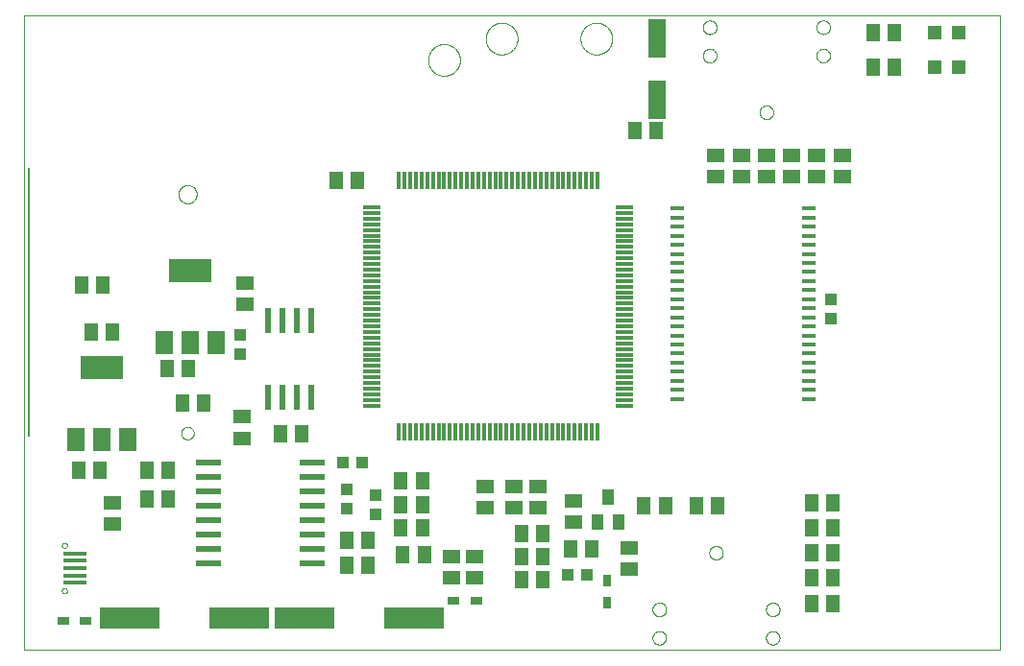
<source format=gtp>
G75*
%MOIN*%
%OFA0B0*%
%FSLAX25Y25*%
%IPPOS*%
%LPD*%
%AMOC8*
5,1,8,0,0,1.08239X$1,22.5*
%
%ADD10C,0.00000*%
%ADD11R,0.01181X0.06299*%
%ADD12R,0.06299X0.01181*%
%ADD13R,0.05118X0.01575*%
%ADD14R,0.03937X0.04331*%
%ADD15R,0.02400X0.08700*%
%ADD16R,0.05118X0.06299*%
%ADD17R,0.03937X0.05512*%
%ADD18R,0.06299X0.05118*%
%ADD19R,0.05906X0.05118*%
%ADD20R,0.04331X0.03937*%
%ADD21R,0.05900X0.07900*%
%ADD22R,0.15000X0.07900*%
%ADD23R,0.05118X0.05906*%
%ADD24R,0.08661X0.02362*%
%ADD25R,0.21000X0.07600*%
%ADD26R,0.06299X0.13780*%
%ADD27R,0.04724X0.04724*%
%ADD28R,0.03150X0.03937*%
%ADD29R,0.03937X0.03150*%
%ADD30R,0.08300X0.01600*%
%ADD31C,0.00500*%
D10*
X0004300Y0012866D02*
X0004300Y0233366D01*
X0342800Y0233366D01*
X0342800Y0012866D01*
X0004300Y0012866D01*
X0017300Y0033466D02*
X0017302Y0033525D01*
X0017308Y0033585D01*
X0017318Y0033643D01*
X0017331Y0033701D01*
X0017349Y0033758D01*
X0017370Y0033814D01*
X0017395Y0033868D01*
X0017423Y0033920D01*
X0017455Y0033971D01*
X0017490Y0034019D01*
X0017528Y0034065D01*
X0017569Y0034108D01*
X0017613Y0034148D01*
X0017659Y0034185D01*
X0017708Y0034219D01*
X0017759Y0034250D01*
X0017811Y0034278D01*
X0017866Y0034302D01*
X0017922Y0034322D01*
X0017979Y0034338D01*
X0018037Y0034351D01*
X0018096Y0034360D01*
X0018155Y0034365D01*
X0018215Y0034366D01*
X0018274Y0034363D01*
X0018333Y0034356D01*
X0018392Y0034345D01*
X0018450Y0034331D01*
X0018506Y0034312D01*
X0018562Y0034290D01*
X0018615Y0034265D01*
X0018667Y0034235D01*
X0018717Y0034203D01*
X0018764Y0034167D01*
X0018810Y0034128D01*
X0018852Y0034086D01*
X0018892Y0034042D01*
X0018928Y0033995D01*
X0018961Y0033946D01*
X0018992Y0033894D01*
X0019018Y0033841D01*
X0019041Y0033786D01*
X0019060Y0033730D01*
X0019076Y0033672D01*
X0019088Y0033614D01*
X0019096Y0033555D01*
X0019100Y0033496D01*
X0019100Y0033436D01*
X0019096Y0033377D01*
X0019088Y0033318D01*
X0019076Y0033260D01*
X0019060Y0033202D01*
X0019041Y0033146D01*
X0019018Y0033091D01*
X0018992Y0033038D01*
X0018961Y0032986D01*
X0018928Y0032937D01*
X0018892Y0032890D01*
X0018852Y0032846D01*
X0018810Y0032804D01*
X0018764Y0032765D01*
X0018717Y0032729D01*
X0018667Y0032697D01*
X0018615Y0032667D01*
X0018562Y0032642D01*
X0018506Y0032620D01*
X0018450Y0032601D01*
X0018392Y0032587D01*
X0018333Y0032576D01*
X0018274Y0032569D01*
X0018215Y0032566D01*
X0018155Y0032567D01*
X0018096Y0032572D01*
X0018037Y0032581D01*
X0017979Y0032594D01*
X0017922Y0032610D01*
X0017866Y0032630D01*
X0017811Y0032654D01*
X0017759Y0032682D01*
X0017708Y0032713D01*
X0017659Y0032747D01*
X0017613Y0032784D01*
X0017569Y0032824D01*
X0017528Y0032867D01*
X0017490Y0032913D01*
X0017455Y0032961D01*
X0017423Y0033012D01*
X0017395Y0033064D01*
X0017370Y0033118D01*
X0017349Y0033174D01*
X0017331Y0033231D01*
X0017318Y0033289D01*
X0017308Y0033347D01*
X0017302Y0033407D01*
X0017300Y0033466D01*
X0017300Y0049266D02*
X0017302Y0049325D01*
X0017308Y0049385D01*
X0017318Y0049443D01*
X0017331Y0049501D01*
X0017349Y0049558D01*
X0017370Y0049614D01*
X0017395Y0049668D01*
X0017423Y0049720D01*
X0017455Y0049771D01*
X0017490Y0049819D01*
X0017528Y0049865D01*
X0017569Y0049908D01*
X0017613Y0049948D01*
X0017659Y0049985D01*
X0017708Y0050019D01*
X0017759Y0050050D01*
X0017811Y0050078D01*
X0017866Y0050102D01*
X0017922Y0050122D01*
X0017979Y0050138D01*
X0018037Y0050151D01*
X0018096Y0050160D01*
X0018155Y0050165D01*
X0018215Y0050166D01*
X0018274Y0050163D01*
X0018333Y0050156D01*
X0018392Y0050145D01*
X0018450Y0050131D01*
X0018506Y0050112D01*
X0018562Y0050090D01*
X0018615Y0050065D01*
X0018667Y0050035D01*
X0018717Y0050003D01*
X0018764Y0049967D01*
X0018810Y0049928D01*
X0018852Y0049886D01*
X0018892Y0049842D01*
X0018928Y0049795D01*
X0018961Y0049746D01*
X0018992Y0049694D01*
X0019018Y0049641D01*
X0019041Y0049586D01*
X0019060Y0049530D01*
X0019076Y0049472D01*
X0019088Y0049414D01*
X0019096Y0049355D01*
X0019100Y0049296D01*
X0019100Y0049236D01*
X0019096Y0049177D01*
X0019088Y0049118D01*
X0019076Y0049060D01*
X0019060Y0049002D01*
X0019041Y0048946D01*
X0019018Y0048891D01*
X0018992Y0048838D01*
X0018961Y0048786D01*
X0018928Y0048737D01*
X0018892Y0048690D01*
X0018852Y0048646D01*
X0018810Y0048604D01*
X0018764Y0048565D01*
X0018717Y0048529D01*
X0018667Y0048497D01*
X0018615Y0048467D01*
X0018562Y0048442D01*
X0018506Y0048420D01*
X0018450Y0048401D01*
X0018392Y0048387D01*
X0018333Y0048376D01*
X0018274Y0048369D01*
X0018215Y0048366D01*
X0018155Y0048367D01*
X0018096Y0048372D01*
X0018037Y0048381D01*
X0017979Y0048394D01*
X0017922Y0048410D01*
X0017866Y0048430D01*
X0017811Y0048454D01*
X0017759Y0048482D01*
X0017708Y0048513D01*
X0017659Y0048547D01*
X0017613Y0048584D01*
X0017569Y0048624D01*
X0017528Y0048667D01*
X0017490Y0048713D01*
X0017455Y0048761D01*
X0017423Y0048812D01*
X0017395Y0048864D01*
X0017370Y0048918D01*
X0017349Y0048974D01*
X0017331Y0049031D01*
X0017318Y0049089D01*
X0017308Y0049147D01*
X0017302Y0049207D01*
X0017300Y0049266D01*
X0058760Y0088241D02*
X0058762Y0088334D01*
X0058768Y0088426D01*
X0058778Y0088518D01*
X0058792Y0088609D01*
X0058809Y0088700D01*
X0058831Y0088790D01*
X0058856Y0088879D01*
X0058885Y0088967D01*
X0058918Y0089053D01*
X0058955Y0089138D01*
X0058995Y0089222D01*
X0059039Y0089303D01*
X0059086Y0089383D01*
X0059136Y0089461D01*
X0059190Y0089536D01*
X0059247Y0089609D01*
X0059307Y0089679D01*
X0059370Y0089747D01*
X0059436Y0089812D01*
X0059504Y0089874D01*
X0059575Y0089934D01*
X0059649Y0089990D01*
X0059725Y0090043D01*
X0059803Y0090092D01*
X0059883Y0090139D01*
X0059965Y0090181D01*
X0060049Y0090221D01*
X0060134Y0090256D01*
X0060221Y0090288D01*
X0060309Y0090317D01*
X0060398Y0090341D01*
X0060488Y0090362D01*
X0060579Y0090378D01*
X0060671Y0090391D01*
X0060763Y0090400D01*
X0060856Y0090405D01*
X0060948Y0090406D01*
X0061041Y0090403D01*
X0061133Y0090396D01*
X0061225Y0090385D01*
X0061316Y0090370D01*
X0061407Y0090352D01*
X0061497Y0090329D01*
X0061585Y0090303D01*
X0061673Y0090273D01*
X0061759Y0090239D01*
X0061843Y0090202D01*
X0061926Y0090160D01*
X0062007Y0090116D01*
X0062087Y0090068D01*
X0062164Y0090017D01*
X0062238Y0089962D01*
X0062311Y0089904D01*
X0062381Y0089844D01*
X0062448Y0089780D01*
X0062512Y0089714D01*
X0062574Y0089644D01*
X0062632Y0089573D01*
X0062687Y0089499D01*
X0062739Y0089422D01*
X0062788Y0089343D01*
X0062834Y0089263D01*
X0062876Y0089180D01*
X0062914Y0089096D01*
X0062949Y0089010D01*
X0062980Y0088923D01*
X0063007Y0088835D01*
X0063030Y0088745D01*
X0063050Y0088655D01*
X0063066Y0088564D01*
X0063078Y0088472D01*
X0063086Y0088380D01*
X0063090Y0088287D01*
X0063090Y0088195D01*
X0063086Y0088102D01*
X0063078Y0088010D01*
X0063066Y0087918D01*
X0063050Y0087827D01*
X0063030Y0087737D01*
X0063007Y0087647D01*
X0062980Y0087559D01*
X0062949Y0087472D01*
X0062914Y0087386D01*
X0062876Y0087302D01*
X0062834Y0087219D01*
X0062788Y0087139D01*
X0062739Y0087060D01*
X0062687Y0086983D01*
X0062632Y0086909D01*
X0062574Y0086838D01*
X0062512Y0086768D01*
X0062448Y0086702D01*
X0062381Y0086638D01*
X0062311Y0086578D01*
X0062238Y0086520D01*
X0062164Y0086465D01*
X0062087Y0086414D01*
X0062008Y0086366D01*
X0061926Y0086322D01*
X0061843Y0086280D01*
X0061759Y0086243D01*
X0061673Y0086209D01*
X0061585Y0086179D01*
X0061497Y0086153D01*
X0061407Y0086130D01*
X0061316Y0086112D01*
X0061225Y0086097D01*
X0061133Y0086086D01*
X0061041Y0086079D01*
X0060948Y0086076D01*
X0060856Y0086077D01*
X0060763Y0086082D01*
X0060671Y0086091D01*
X0060579Y0086104D01*
X0060488Y0086120D01*
X0060398Y0086141D01*
X0060309Y0086165D01*
X0060221Y0086194D01*
X0060134Y0086226D01*
X0060049Y0086261D01*
X0059965Y0086301D01*
X0059883Y0086343D01*
X0059803Y0086390D01*
X0059725Y0086439D01*
X0059649Y0086492D01*
X0059575Y0086548D01*
X0059504Y0086608D01*
X0059436Y0086670D01*
X0059370Y0086735D01*
X0059307Y0086803D01*
X0059247Y0086873D01*
X0059190Y0086946D01*
X0059136Y0087021D01*
X0059086Y0087099D01*
X0059039Y0087179D01*
X0058995Y0087260D01*
X0058955Y0087344D01*
X0058918Y0087429D01*
X0058885Y0087515D01*
X0058856Y0087603D01*
X0058831Y0087692D01*
X0058809Y0087782D01*
X0058792Y0087873D01*
X0058778Y0087964D01*
X0058768Y0088056D01*
X0058762Y0088148D01*
X0058760Y0088241D01*
X0057775Y0171241D02*
X0057777Y0171353D01*
X0057783Y0171464D01*
X0057793Y0171576D01*
X0057807Y0171687D01*
X0057824Y0171797D01*
X0057846Y0171907D01*
X0057872Y0172016D01*
X0057901Y0172124D01*
X0057934Y0172230D01*
X0057971Y0172336D01*
X0058012Y0172440D01*
X0058057Y0172543D01*
X0058105Y0172644D01*
X0058156Y0172743D01*
X0058211Y0172840D01*
X0058270Y0172935D01*
X0058331Y0173029D01*
X0058396Y0173120D01*
X0058465Y0173208D01*
X0058536Y0173294D01*
X0058610Y0173378D01*
X0058688Y0173458D01*
X0058768Y0173536D01*
X0058851Y0173612D01*
X0058936Y0173684D01*
X0059024Y0173753D01*
X0059114Y0173819D01*
X0059207Y0173881D01*
X0059302Y0173941D01*
X0059399Y0173997D01*
X0059497Y0174049D01*
X0059598Y0174098D01*
X0059700Y0174143D01*
X0059804Y0174185D01*
X0059909Y0174223D01*
X0060016Y0174257D01*
X0060123Y0174287D01*
X0060232Y0174314D01*
X0060341Y0174336D01*
X0060452Y0174355D01*
X0060562Y0174370D01*
X0060674Y0174381D01*
X0060785Y0174388D01*
X0060897Y0174391D01*
X0061009Y0174390D01*
X0061121Y0174385D01*
X0061232Y0174376D01*
X0061343Y0174363D01*
X0061454Y0174346D01*
X0061564Y0174326D01*
X0061673Y0174301D01*
X0061781Y0174273D01*
X0061888Y0174240D01*
X0061994Y0174204D01*
X0062098Y0174164D01*
X0062201Y0174121D01*
X0062303Y0174074D01*
X0062402Y0174023D01*
X0062500Y0173969D01*
X0062596Y0173911D01*
X0062690Y0173850D01*
X0062781Y0173786D01*
X0062870Y0173719D01*
X0062957Y0173648D01*
X0063041Y0173574D01*
X0063123Y0173498D01*
X0063201Y0173418D01*
X0063277Y0173336D01*
X0063350Y0173251D01*
X0063420Y0173164D01*
X0063486Y0173074D01*
X0063550Y0172982D01*
X0063610Y0172888D01*
X0063667Y0172792D01*
X0063720Y0172693D01*
X0063770Y0172593D01*
X0063816Y0172492D01*
X0063859Y0172388D01*
X0063898Y0172283D01*
X0063933Y0172177D01*
X0063964Y0172070D01*
X0063992Y0171961D01*
X0064015Y0171852D01*
X0064035Y0171742D01*
X0064051Y0171631D01*
X0064063Y0171520D01*
X0064071Y0171409D01*
X0064075Y0171297D01*
X0064075Y0171185D01*
X0064071Y0171073D01*
X0064063Y0170962D01*
X0064051Y0170851D01*
X0064035Y0170740D01*
X0064015Y0170630D01*
X0063992Y0170521D01*
X0063964Y0170412D01*
X0063933Y0170305D01*
X0063898Y0170199D01*
X0063859Y0170094D01*
X0063816Y0169990D01*
X0063770Y0169889D01*
X0063720Y0169789D01*
X0063667Y0169690D01*
X0063610Y0169594D01*
X0063550Y0169500D01*
X0063486Y0169408D01*
X0063420Y0169318D01*
X0063350Y0169231D01*
X0063277Y0169146D01*
X0063201Y0169064D01*
X0063123Y0168984D01*
X0063041Y0168908D01*
X0062957Y0168834D01*
X0062870Y0168763D01*
X0062781Y0168696D01*
X0062690Y0168632D01*
X0062596Y0168571D01*
X0062500Y0168513D01*
X0062402Y0168459D01*
X0062303Y0168408D01*
X0062201Y0168361D01*
X0062098Y0168318D01*
X0061994Y0168278D01*
X0061888Y0168242D01*
X0061781Y0168209D01*
X0061673Y0168181D01*
X0061564Y0168156D01*
X0061454Y0168136D01*
X0061343Y0168119D01*
X0061232Y0168106D01*
X0061121Y0168097D01*
X0061009Y0168092D01*
X0060897Y0168091D01*
X0060785Y0168094D01*
X0060674Y0168101D01*
X0060562Y0168112D01*
X0060452Y0168127D01*
X0060341Y0168146D01*
X0060232Y0168168D01*
X0060123Y0168195D01*
X0060016Y0168225D01*
X0059909Y0168259D01*
X0059804Y0168297D01*
X0059700Y0168339D01*
X0059598Y0168384D01*
X0059497Y0168433D01*
X0059399Y0168485D01*
X0059302Y0168541D01*
X0059207Y0168601D01*
X0059114Y0168663D01*
X0059024Y0168729D01*
X0058936Y0168798D01*
X0058851Y0168870D01*
X0058768Y0168946D01*
X0058688Y0169024D01*
X0058610Y0169104D01*
X0058536Y0169188D01*
X0058465Y0169274D01*
X0058396Y0169362D01*
X0058331Y0169453D01*
X0058270Y0169547D01*
X0058211Y0169642D01*
X0058156Y0169739D01*
X0058105Y0169838D01*
X0058057Y0169939D01*
X0058012Y0170042D01*
X0057971Y0170146D01*
X0057934Y0170252D01*
X0057901Y0170358D01*
X0057872Y0170466D01*
X0057846Y0170575D01*
X0057824Y0170685D01*
X0057807Y0170795D01*
X0057793Y0170906D01*
X0057783Y0171018D01*
X0057777Y0171129D01*
X0057775Y0171241D01*
X0144413Y0217866D02*
X0144415Y0218014D01*
X0144421Y0218162D01*
X0144431Y0218310D01*
X0144445Y0218457D01*
X0144463Y0218604D01*
X0144484Y0218750D01*
X0144510Y0218896D01*
X0144540Y0219041D01*
X0144573Y0219185D01*
X0144611Y0219328D01*
X0144652Y0219470D01*
X0144697Y0219611D01*
X0144745Y0219751D01*
X0144798Y0219890D01*
X0144854Y0220027D01*
X0144914Y0220162D01*
X0144977Y0220296D01*
X0145044Y0220428D01*
X0145115Y0220558D01*
X0145189Y0220686D01*
X0145266Y0220812D01*
X0145347Y0220936D01*
X0145431Y0221058D01*
X0145518Y0221177D01*
X0145609Y0221294D01*
X0145703Y0221409D01*
X0145799Y0221521D01*
X0145899Y0221631D01*
X0146001Y0221737D01*
X0146107Y0221841D01*
X0146215Y0221942D01*
X0146326Y0222040D01*
X0146439Y0222136D01*
X0146555Y0222228D01*
X0146673Y0222317D01*
X0146794Y0222402D01*
X0146917Y0222485D01*
X0147042Y0222564D01*
X0147169Y0222640D01*
X0147298Y0222712D01*
X0147429Y0222781D01*
X0147562Y0222846D01*
X0147697Y0222907D01*
X0147833Y0222965D01*
X0147970Y0223020D01*
X0148109Y0223070D01*
X0148250Y0223117D01*
X0148391Y0223160D01*
X0148534Y0223200D01*
X0148678Y0223235D01*
X0148822Y0223267D01*
X0148968Y0223294D01*
X0149114Y0223318D01*
X0149261Y0223338D01*
X0149408Y0223354D01*
X0149555Y0223366D01*
X0149703Y0223374D01*
X0149851Y0223378D01*
X0149999Y0223378D01*
X0150147Y0223374D01*
X0150295Y0223366D01*
X0150442Y0223354D01*
X0150589Y0223338D01*
X0150736Y0223318D01*
X0150882Y0223294D01*
X0151028Y0223267D01*
X0151172Y0223235D01*
X0151316Y0223200D01*
X0151459Y0223160D01*
X0151600Y0223117D01*
X0151741Y0223070D01*
X0151880Y0223020D01*
X0152017Y0222965D01*
X0152153Y0222907D01*
X0152288Y0222846D01*
X0152421Y0222781D01*
X0152552Y0222712D01*
X0152681Y0222640D01*
X0152808Y0222564D01*
X0152933Y0222485D01*
X0153056Y0222402D01*
X0153177Y0222317D01*
X0153295Y0222228D01*
X0153411Y0222136D01*
X0153524Y0222040D01*
X0153635Y0221942D01*
X0153743Y0221841D01*
X0153849Y0221737D01*
X0153951Y0221631D01*
X0154051Y0221521D01*
X0154147Y0221409D01*
X0154241Y0221294D01*
X0154332Y0221177D01*
X0154419Y0221058D01*
X0154503Y0220936D01*
X0154584Y0220812D01*
X0154661Y0220686D01*
X0154735Y0220558D01*
X0154806Y0220428D01*
X0154873Y0220296D01*
X0154936Y0220162D01*
X0154996Y0220027D01*
X0155052Y0219890D01*
X0155105Y0219751D01*
X0155153Y0219611D01*
X0155198Y0219470D01*
X0155239Y0219328D01*
X0155277Y0219185D01*
X0155310Y0219041D01*
X0155340Y0218896D01*
X0155366Y0218750D01*
X0155387Y0218604D01*
X0155405Y0218457D01*
X0155419Y0218310D01*
X0155429Y0218162D01*
X0155435Y0218014D01*
X0155437Y0217866D01*
X0155435Y0217718D01*
X0155429Y0217570D01*
X0155419Y0217422D01*
X0155405Y0217275D01*
X0155387Y0217128D01*
X0155366Y0216982D01*
X0155340Y0216836D01*
X0155310Y0216691D01*
X0155277Y0216547D01*
X0155239Y0216404D01*
X0155198Y0216262D01*
X0155153Y0216121D01*
X0155105Y0215981D01*
X0155052Y0215842D01*
X0154996Y0215705D01*
X0154936Y0215570D01*
X0154873Y0215436D01*
X0154806Y0215304D01*
X0154735Y0215174D01*
X0154661Y0215046D01*
X0154584Y0214920D01*
X0154503Y0214796D01*
X0154419Y0214674D01*
X0154332Y0214555D01*
X0154241Y0214438D01*
X0154147Y0214323D01*
X0154051Y0214211D01*
X0153951Y0214101D01*
X0153849Y0213995D01*
X0153743Y0213891D01*
X0153635Y0213790D01*
X0153524Y0213692D01*
X0153411Y0213596D01*
X0153295Y0213504D01*
X0153177Y0213415D01*
X0153056Y0213330D01*
X0152933Y0213247D01*
X0152808Y0213168D01*
X0152681Y0213092D01*
X0152552Y0213020D01*
X0152421Y0212951D01*
X0152288Y0212886D01*
X0152153Y0212825D01*
X0152017Y0212767D01*
X0151880Y0212712D01*
X0151741Y0212662D01*
X0151600Y0212615D01*
X0151459Y0212572D01*
X0151316Y0212532D01*
X0151172Y0212497D01*
X0151028Y0212465D01*
X0150882Y0212438D01*
X0150736Y0212414D01*
X0150589Y0212394D01*
X0150442Y0212378D01*
X0150295Y0212366D01*
X0150147Y0212358D01*
X0149999Y0212354D01*
X0149851Y0212354D01*
X0149703Y0212358D01*
X0149555Y0212366D01*
X0149408Y0212378D01*
X0149261Y0212394D01*
X0149114Y0212414D01*
X0148968Y0212438D01*
X0148822Y0212465D01*
X0148678Y0212497D01*
X0148534Y0212532D01*
X0148391Y0212572D01*
X0148250Y0212615D01*
X0148109Y0212662D01*
X0147970Y0212712D01*
X0147833Y0212767D01*
X0147697Y0212825D01*
X0147562Y0212886D01*
X0147429Y0212951D01*
X0147298Y0213020D01*
X0147169Y0213092D01*
X0147042Y0213168D01*
X0146917Y0213247D01*
X0146794Y0213330D01*
X0146673Y0213415D01*
X0146555Y0213504D01*
X0146439Y0213596D01*
X0146326Y0213692D01*
X0146215Y0213790D01*
X0146107Y0213891D01*
X0146001Y0213995D01*
X0145899Y0214101D01*
X0145799Y0214211D01*
X0145703Y0214323D01*
X0145609Y0214438D01*
X0145518Y0214555D01*
X0145431Y0214674D01*
X0145347Y0214796D01*
X0145266Y0214920D01*
X0145189Y0215046D01*
X0145115Y0215174D01*
X0145044Y0215304D01*
X0144977Y0215436D01*
X0144914Y0215570D01*
X0144854Y0215705D01*
X0144798Y0215842D01*
X0144745Y0215981D01*
X0144697Y0216121D01*
X0144652Y0216262D01*
X0144611Y0216404D01*
X0144573Y0216547D01*
X0144540Y0216691D01*
X0144510Y0216836D01*
X0144484Y0216982D01*
X0144463Y0217128D01*
X0144445Y0217275D01*
X0144431Y0217422D01*
X0144421Y0217570D01*
X0144415Y0217718D01*
X0144413Y0217866D01*
X0164382Y0225267D02*
X0164384Y0225415D01*
X0164390Y0225563D01*
X0164400Y0225711D01*
X0164414Y0225858D01*
X0164432Y0226005D01*
X0164453Y0226151D01*
X0164479Y0226297D01*
X0164509Y0226442D01*
X0164542Y0226586D01*
X0164580Y0226729D01*
X0164621Y0226871D01*
X0164666Y0227012D01*
X0164714Y0227152D01*
X0164767Y0227291D01*
X0164823Y0227428D01*
X0164883Y0227563D01*
X0164946Y0227697D01*
X0165013Y0227829D01*
X0165084Y0227959D01*
X0165158Y0228087D01*
X0165235Y0228213D01*
X0165316Y0228337D01*
X0165400Y0228459D01*
X0165487Y0228578D01*
X0165578Y0228695D01*
X0165672Y0228810D01*
X0165768Y0228922D01*
X0165868Y0229032D01*
X0165970Y0229138D01*
X0166076Y0229242D01*
X0166184Y0229343D01*
X0166295Y0229441D01*
X0166408Y0229537D01*
X0166524Y0229629D01*
X0166642Y0229718D01*
X0166763Y0229803D01*
X0166886Y0229886D01*
X0167011Y0229965D01*
X0167138Y0230041D01*
X0167267Y0230113D01*
X0167398Y0230182D01*
X0167531Y0230247D01*
X0167666Y0230308D01*
X0167802Y0230366D01*
X0167939Y0230421D01*
X0168078Y0230471D01*
X0168219Y0230518D01*
X0168360Y0230561D01*
X0168503Y0230601D01*
X0168647Y0230636D01*
X0168791Y0230668D01*
X0168937Y0230695D01*
X0169083Y0230719D01*
X0169230Y0230739D01*
X0169377Y0230755D01*
X0169524Y0230767D01*
X0169672Y0230775D01*
X0169820Y0230779D01*
X0169968Y0230779D01*
X0170116Y0230775D01*
X0170264Y0230767D01*
X0170411Y0230755D01*
X0170558Y0230739D01*
X0170705Y0230719D01*
X0170851Y0230695D01*
X0170997Y0230668D01*
X0171141Y0230636D01*
X0171285Y0230601D01*
X0171428Y0230561D01*
X0171569Y0230518D01*
X0171710Y0230471D01*
X0171849Y0230421D01*
X0171986Y0230366D01*
X0172122Y0230308D01*
X0172257Y0230247D01*
X0172390Y0230182D01*
X0172521Y0230113D01*
X0172650Y0230041D01*
X0172777Y0229965D01*
X0172902Y0229886D01*
X0173025Y0229803D01*
X0173146Y0229718D01*
X0173264Y0229629D01*
X0173380Y0229537D01*
X0173493Y0229441D01*
X0173604Y0229343D01*
X0173712Y0229242D01*
X0173818Y0229138D01*
X0173920Y0229032D01*
X0174020Y0228922D01*
X0174116Y0228810D01*
X0174210Y0228695D01*
X0174301Y0228578D01*
X0174388Y0228459D01*
X0174472Y0228337D01*
X0174553Y0228213D01*
X0174630Y0228087D01*
X0174704Y0227959D01*
X0174775Y0227829D01*
X0174842Y0227697D01*
X0174905Y0227563D01*
X0174965Y0227428D01*
X0175021Y0227291D01*
X0175074Y0227152D01*
X0175122Y0227012D01*
X0175167Y0226871D01*
X0175208Y0226729D01*
X0175246Y0226586D01*
X0175279Y0226442D01*
X0175309Y0226297D01*
X0175335Y0226151D01*
X0175356Y0226005D01*
X0175374Y0225858D01*
X0175388Y0225711D01*
X0175398Y0225563D01*
X0175404Y0225415D01*
X0175406Y0225267D01*
X0175404Y0225119D01*
X0175398Y0224971D01*
X0175388Y0224823D01*
X0175374Y0224676D01*
X0175356Y0224529D01*
X0175335Y0224383D01*
X0175309Y0224237D01*
X0175279Y0224092D01*
X0175246Y0223948D01*
X0175208Y0223805D01*
X0175167Y0223663D01*
X0175122Y0223522D01*
X0175074Y0223382D01*
X0175021Y0223243D01*
X0174965Y0223106D01*
X0174905Y0222971D01*
X0174842Y0222837D01*
X0174775Y0222705D01*
X0174704Y0222575D01*
X0174630Y0222447D01*
X0174553Y0222321D01*
X0174472Y0222197D01*
X0174388Y0222075D01*
X0174301Y0221956D01*
X0174210Y0221839D01*
X0174116Y0221724D01*
X0174020Y0221612D01*
X0173920Y0221502D01*
X0173818Y0221396D01*
X0173712Y0221292D01*
X0173604Y0221191D01*
X0173493Y0221093D01*
X0173380Y0220997D01*
X0173264Y0220905D01*
X0173146Y0220816D01*
X0173025Y0220731D01*
X0172902Y0220648D01*
X0172777Y0220569D01*
X0172650Y0220493D01*
X0172521Y0220421D01*
X0172390Y0220352D01*
X0172257Y0220287D01*
X0172122Y0220226D01*
X0171986Y0220168D01*
X0171849Y0220113D01*
X0171710Y0220063D01*
X0171569Y0220016D01*
X0171428Y0219973D01*
X0171285Y0219933D01*
X0171141Y0219898D01*
X0170997Y0219866D01*
X0170851Y0219839D01*
X0170705Y0219815D01*
X0170558Y0219795D01*
X0170411Y0219779D01*
X0170264Y0219767D01*
X0170116Y0219759D01*
X0169968Y0219755D01*
X0169820Y0219755D01*
X0169672Y0219759D01*
X0169524Y0219767D01*
X0169377Y0219779D01*
X0169230Y0219795D01*
X0169083Y0219815D01*
X0168937Y0219839D01*
X0168791Y0219866D01*
X0168647Y0219898D01*
X0168503Y0219933D01*
X0168360Y0219973D01*
X0168219Y0220016D01*
X0168078Y0220063D01*
X0167939Y0220113D01*
X0167802Y0220168D01*
X0167666Y0220226D01*
X0167531Y0220287D01*
X0167398Y0220352D01*
X0167267Y0220421D01*
X0167138Y0220493D01*
X0167011Y0220569D01*
X0166886Y0220648D01*
X0166763Y0220731D01*
X0166642Y0220816D01*
X0166524Y0220905D01*
X0166408Y0220997D01*
X0166295Y0221093D01*
X0166184Y0221191D01*
X0166076Y0221292D01*
X0165970Y0221396D01*
X0165868Y0221502D01*
X0165768Y0221612D01*
X0165672Y0221724D01*
X0165578Y0221839D01*
X0165487Y0221956D01*
X0165400Y0222075D01*
X0165316Y0222197D01*
X0165235Y0222321D01*
X0165158Y0222447D01*
X0165084Y0222575D01*
X0165013Y0222705D01*
X0164946Y0222837D01*
X0164883Y0222971D01*
X0164823Y0223106D01*
X0164767Y0223243D01*
X0164714Y0223382D01*
X0164666Y0223522D01*
X0164621Y0223663D01*
X0164580Y0223805D01*
X0164542Y0223948D01*
X0164509Y0224092D01*
X0164479Y0224237D01*
X0164453Y0224383D01*
X0164432Y0224529D01*
X0164414Y0224676D01*
X0164400Y0224823D01*
X0164390Y0224971D01*
X0164384Y0225119D01*
X0164382Y0225267D01*
X0197256Y0225267D02*
X0197258Y0225415D01*
X0197264Y0225563D01*
X0197274Y0225711D01*
X0197288Y0225858D01*
X0197306Y0226005D01*
X0197327Y0226151D01*
X0197353Y0226297D01*
X0197383Y0226442D01*
X0197416Y0226586D01*
X0197454Y0226729D01*
X0197495Y0226871D01*
X0197540Y0227012D01*
X0197588Y0227152D01*
X0197641Y0227291D01*
X0197697Y0227428D01*
X0197757Y0227563D01*
X0197820Y0227697D01*
X0197887Y0227829D01*
X0197958Y0227959D01*
X0198032Y0228087D01*
X0198109Y0228213D01*
X0198190Y0228337D01*
X0198274Y0228459D01*
X0198361Y0228578D01*
X0198452Y0228695D01*
X0198546Y0228810D01*
X0198642Y0228922D01*
X0198742Y0229032D01*
X0198844Y0229138D01*
X0198950Y0229242D01*
X0199058Y0229343D01*
X0199169Y0229441D01*
X0199282Y0229537D01*
X0199398Y0229629D01*
X0199516Y0229718D01*
X0199637Y0229803D01*
X0199760Y0229886D01*
X0199885Y0229965D01*
X0200012Y0230041D01*
X0200141Y0230113D01*
X0200272Y0230182D01*
X0200405Y0230247D01*
X0200540Y0230308D01*
X0200676Y0230366D01*
X0200813Y0230421D01*
X0200952Y0230471D01*
X0201093Y0230518D01*
X0201234Y0230561D01*
X0201377Y0230601D01*
X0201521Y0230636D01*
X0201665Y0230668D01*
X0201811Y0230695D01*
X0201957Y0230719D01*
X0202104Y0230739D01*
X0202251Y0230755D01*
X0202398Y0230767D01*
X0202546Y0230775D01*
X0202694Y0230779D01*
X0202842Y0230779D01*
X0202990Y0230775D01*
X0203138Y0230767D01*
X0203285Y0230755D01*
X0203432Y0230739D01*
X0203579Y0230719D01*
X0203725Y0230695D01*
X0203871Y0230668D01*
X0204015Y0230636D01*
X0204159Y0230601D01*
X0204302Y0230561D01*
X0204443Y0230518D01*
X0204584Y0230471D01*
X0204723Y0230421D01*
X0204860Y0230366D01*
X0204996Y0230308D01*
X0205131Y0230247D01*
X0205264Y0230182D01*
X0205395Y0230113D01*
X0205524Y0230041D01*
X0205651Y0229965D01*
X0205776Y0229886D01*
X0205899Y0229803D01*
X0206020Y0229718D01*
X0206138Y0229629D01*
X0206254Y0229537D01*
X0206367Y0229441D01*
X0206478Y0229343D01*
X0206586Y0229242D01*
X0206692Y0229138D01*
X0206794Y0229032D01*
X0206894Y0228922D01*
X0206990Y0228810D01*
X0207084Y0228695D01*
X0207175Y0228578D01*
X0207262Y0228459D01*
X0207346Y0228337D01*
X0207427Y0228213D01*
X0207504Y0228087D01*
X0207578Y0227959D01*
X0207649Y0227829D01*
X0207716Y0227697D01*
X0207779Y0227563D01*
X0207839Y0227428D01*
X0207895Y0227291D01*
X0207948Y0227152D01*
X0207996Y0227012D01*
X0208041Y0226871D01*
X0208082Y0226729D01*
X0208120Y0226586D01*
X0208153Y0226442D01*
X0208183Y0226297D01*
X0208209Y0226151D01*
X0208230Y0226005D01*
X0208248Y0225858D01*
X0208262Y0225711D01*
X0208272Y0225563D01*
X0208278Y0225415D01*
X0208280Y0225267D01*
X0208278Y0225119D01*
X0208272Y0224971D01*
X0208262Y0224823D01*
X0208248Y0224676D01*
X0208230Y0224529D01*
X0208209Y0224383D01*
X0208183Y0224237D01*
X0208153Y0224092D01*
X0208120Y0223948D01*
X0208082Y0223805D01*
X0208041Y0223663D01*
X0207996Y0223522D01*
X0207948Y0223382D01*
X0207895Y0223243D01*
X0207839Y0223106D01*
X0207779Y0222971D01*
X0207716Y0222837D01*
X0207649Y0222705D01*
X0207578Y0222575D01*
X0207504Y0222447D01*
X0207427Y0222321D01*
X0207346Y0222197D01*
X0207262Y0222075D01*
X0207175Y0221956D01*
X0207084Y0221839D01*
X0206990Y0221724D01*
X0206894Y0221612D01*
X0206794Y0221502D01*
X0206692Y0221396D01*
X0206586Y0221292D01*
X0206478Y0221191D01*
X0206367Y0221093D01*
X0206254Y0220997D01*
X0206138Y0220905D01*
X0206020Y0220816D01*
X0205899Y0220731D01*
X0205776Y0220648D01*
X0205651Y0220569D01*
X0205524Y0220493D01*
X0205395Y0220421D01*
X0205264Y0220352D01*
X0205131Y0220287D01*
X0204996Y0220226D01*
X0204860Y0220168D01*
X0204723Y0220113D01*
X0204584Y0220063D01*
X0204443Y0220016D01*
X0204302Y0219973D01*
X0204159Y0219933D01*
X0204015Y0219898D01*
X0203871Y0219866D01*
X0203725Y0219839D01*
X0203579Y0219815D01*
X0203432Y0219795D01*
X0203285Y0219779D01*
X0203138Y0219767D01*
X0202990Y0219759D01*
X0202842Y0219755D01*
X0202694Y0219755D01*
X0202546Y0219759D01*
X0202398Y0219767D01*
X0202251Y0219779D01*
X0202104Y0219795D01*
X0201957Y0219815D01*
X0201811Y0219839D01*
X0201665Y0219866D01*
X0201521Y0219898D01*
X0201377Y0219933D01*
X0201234Y0219973D01*
X0201093Y0220016D01*
X0200952Y0220063D01*
X0200813Y0220113D01*
X0200676Y0220168D01*
X0200540Y0220226D01*
X0200405Y0220287D01*
X0200272Y0220352D01*
X0200141Y0220421D01*
X0200012Y0220493D01*
X0199885Y0220569D01*
X0199760Y0220648D01*
X0199637Y0220731D01*
X0199516Y0220816D01*
X0199398Y0220905D01*
X0199282Y0220997D01*
X0199169Y0221093D01*
X0199058Y0221191D01*
X0198950Y0221292D01*
X0198844Y0221396D01*
X0198742Y0221502D01*
X0198642Y0221612D01*
X0198546Y0221724D01*
X0198452Y0221839D01*
X0198361Y0221956D01*
X0198274Y0222075D01*
X0198190Y0222197D01*
X0198109Y0222321D01*
X0198032Y0222447D01*
X0197958Y0222575D01*
X0197887Y0222705D01*
X0197820Y0222837D01*
X0197757Y0222971D01*
X0197697Y0223106D01*
X0197641Y0223243D01*
X0197588Y0223382D01*
X0197540Y0223522D01*
X0197495Y0223663D01*
X0197454Y0223805D01*
X0197416Y0223948D01*
X0197383Y0224092D01*
X0197353Y0224237D01*
X0197327Y0224383D01*
X0197306Y0224529D01*
X0197288Y0224676D01*
X0197274Y0224823D01*
X0197264Y0224971D01*
X0197258Y0225119D01*
X0197256Y0225267D01*
X0239753Y0229208D02*
X0239755Y0229305D01*
X0239761Y0229402D01*
X0239771Y0229498D01*
X0239785Y0229594D01*
X0239803Y0229690D01*
X0239824Y0229784D01*
X0239850Y0229878D01*
X0239879Y0229970D01*
X0239913Y0230061D01*
X0239949Y0230151D01*
X0239990Y0230239D01*
X0240034Y0230325D01*
X0240082Y0230410D01*
X0240133Y0230492D01*
X0240187Y0230573D01*
X0240245Y0230651D01*
X0240306Y0230726D01*
X0240369Y0230799D01*
X0240436Y0230870D01*
X0240506Y0230937D01*
X0240578Y0231002D01*
X0240653Y0231063D01*
X0240731Y0231122D01*
X0240810Y0231177D01*
X0240892Y0231229D01*
X0240976Y0231277D01*
X0241062Y0231322D01*
X0241150Y0231364D01*
X0241239Y0231402D01*
X0241330Y0231436D01*
X0241422Y0231466D01*
X0241515Y0231493D01*
X0241610Y0231515D01*
X0241705Y0231534D01*
X0241801Y0231549D01*
X0241897Y0231560D01*
X0241994Y0231567D01*
X0242091Y0231570D01*
X0242188Y0231569D01*
X0242285Y0231564D01*
X0242381Y0231555D01*
X0242477Y0231542D01*
X0242573Y0231525D01*
X0242668Y0231504D01*
X0242761Y0231480D01*
X0242854Y0231451D01*
X0242946Y0231419D01*
X0243036Y0231383D01*
X0243124Y0231344D01*
X0243211Y0231300D01*
X0243296Y0231254D01*
X0243379Y0231203D01*
X0243460Y0231150D01*
X0243538Y0231093D01*
X0243615Y0231033D01*
X0243688Y0230970D01*
X0243759Y0230904D01*
X0243827Y0230835D01*
X0243893Y0230763D01*
X0243955Y0230689D01*
X0244014Y0230612D01*
X0244070Y0230533D01*
X0244123Y0230451D01*
X0244173Y0230368D01*
X0244218Y0230282D01*
X0244261Y0230195D01*
X0244300Y0230106D01*
X0244335Y0230016D01*
X0244366Y0229924D01*
X0244393Y0229831D01*
X0244417Y0229737D01*
X0244437Y0229642D01*
X0244453Y0229546D01*
X0244465Y0229450D01*
X0244473Y0229353D01*
X0244477Y0229256D01*
X0244477Y0229160D01*
X0244473Y0229063D01*
X0244465Y0228966D01*
X0244453Y0228870D01*
X0244437Y0228774D01*
X0244417Y0228679D01*
X0244393Y0228585D01*
X0244366Y0228492D01*
X0244335Y0228400D01*
X0244300Y0228310D01*
X0244261Y0228221D01*
X0244218Y0228134D01*
X0244173Y0228048D01*
X0244123Y0227965D01*
X0244070Y0227883D01*
X0244014Y0227804D01*
X0243955Y0227727D01*
X0243893Y0227653D01*
X0243827Y0227581D01*
X0243759Y0227512D01*
X0243688Y0227446D01*
X0243615Y0227383D01*
X0243538Y0227323D01*
X0243460Y0227266D01*
X0243379Y0227213D01*
X0243296Y0227162D01*
X0243211Y0227116D01*
X0243124Y0227072D01*
X0243036Y0227033D01*
X0242946Y0226997D01*
X0242854Y0226965D01*
X0242761Y0226936D01*
X0242668Y0226912D01*
X0242573Y0226891D01*
X0242477Y0226874D01*
X0242381Y0226861D01*
X0242285Y0226852D01*
X0242188Y0226847D01*
X0242091Y0226846D01*
X0241994Y0226849D01*
X0241897Y0226856D01*
X0241801Y0226867D01*
X0241705Y0226882D01*
X0241610Y0226901D01*
X0241515Y0226923D01*
X0241422Y0226950D01*
X0241330Y0226980D01*
X0241239Y0227014D01*
X0241150Y0227052D01*
X0241062Y0227094D01*
X0240976Y0227139D01*
X0240892Y0227187D01*
X0240810Y0227239D01*
X0240731Y0227294D01*
X0240653Y0227353D01*
X0240578Y0227414D01*
X0240506Y0227479D01*
X0240436Y0227546D01*
X0240369Y0227617D01*
X0240306Y0227690D01*
X0240245Y0227765D01*
X0240187Y0227843D01*
X0240133Y0227924D01*
X0240082Y0228006D01*
X0240034Y0228091D01*
X0239990Y0228177D01*
X0239949Y0228265D01*
X0239913Y0228355D01*
X0239879Y0228446D01*
X0239850Y0228538D01*
X0239824Y0228632D01*
X0239803Y0228726D01*
X0239785Y0228822D01*
X0239771Y0228918D01*
X0239761Y0229014D01*
X0239755Y0229111D01*
X0239753Y0229208D01*
X0239753Y0219366D02*
X0239755Y0219463D01*
X0239761Y0219560D01*
X0239771Y0219656D01*
X0239785Y0219752D01*
X0239803Y0219848D01*
X0239824Y0219942D01*
X0239850Y0220036D01*
X0239879Y0220128D01*
X0239913Y0220219D01*
X0239949Y0220309D01*
X0239990Y0220397D01*
X0240034Y0220483D01*
X0240082Y0220568D01*
X0240133Y0220650D01*
X0240187Y0220731D01*
X0240245Y0220809D01*
X0240306Y0220884D01*
X0240369Y0220957D01*
X0240436Y0221028D01*
X0240506Y0221095D01*
X0240578Y0221160D01*
X0240653Y0221221D01*
X0240731Y0221280D01*
X0240810Y0221335D01*
X0240892Y0221387D01*
X0240976Y0221435D01*
X0241062Y0221480D01*
X0241150Y0221522D01*
X0241239Y0221560D01*
X0241330Y0221594D01*
X0241422Y0221624D01*
X0241515Y0221651D01*
X0241610Y0221673D01*
X0241705Y0221692D01*
X0241801Y0221707D01*
X0241897Y0221718D01*
X0241994Y0221725D01*
X0242091Y0221728D01*
X0242188Y0221727D01*
X0242285Y0221722D01*
X0242381Y0221713D01*
X0242477Y0221700D01*
X0242573Y0221683D01*
X0242668Y0221662D01*
X0242761Y0221638D01*
X0242854Y0221609D01*
X0242946Y0221577D01*
X0243036Y0221541D01*
X0243124Y0221502D01*
X0243211Y0221458D01*
X0243296Y0221412D01*
X0243379Y0221361D01*
X0243460Y0221308D01*
X0243538Y0221251D01*
X0243615Y0221191D01*
X0243688Y0221128D01*
X0243759Y0221062D01*
X0243827Y0220993D01*
X0243893Y0220921D01*
X0243955Y0220847D01*
X0244014Y0220770D01*
X0244070Y0220691D01*
X0244123Y0220609D01*
X0244173Y0220526D01*
X0244218Y0220440D01*
X0244261Y0220353D01*
X0244300Y0220264D01*
X0244335Y0220174D01*
X0244366Y0220082D01*
X0244393Y0219989D01*
X0244417Y0219895D01*
X0244437Y0219800D01*
X0244453Y0219704D01*
X0244465Y0219608D01*
X0244473Y0219511D01*
X0244477Y0219414D01*
X0244477Y0219318D01*
X0244473Y0219221D01*
X0244465Y0219124D01*
X0244453Y0219028D01*
X0244437Y0218932D01*
X0244417Y0218837D01*
X0244393Y0218743D01*
X0244366Y0218650D01*
X0244335Y0218558D01*
X0244300Y0218468D01*
X0244261Y0218379D01*
X0244218Y0218292D01*
X0244173Y0218206D01*
X0244123Y0218123D01*
X0244070Y0218041D01*
X0244014Y0217962D01*
X0243955Y0217885D01*
X0243893Y0217811D01*
X0243827Y0217739D01*
X0243759Y0217670D01*
X0243688Y0217604D01*
X0243615Y0217541D01*
X0243538Y0217481D01*
X0243460Y0217424D01*
X0243379Y0217371D01*
X0243296Y0217320D01*
X0243211Y0217274D01*
X0243124Y0217230D01*
X0243036Y0217191D01*
X0242946Y0217155D01*
X0242854Y0217123D01*
X0242761Y0217094D01*
X0242668Y0217070D01*
X0242573Y0217049D01*
X0242477Y0217032D01*
X0242381Y0217019D01*
X0242285Y0217010D01*
X0242188Y0217005D01*
X0242091Y0217004D01*
X0241994Y0217007D01*
X0241897Y0217014D01*
X0241801Y0217025D01*
X0241705Y0217040D01*
X0241610Y0217059D01*
X0241515Y0217081D01*
X0241422Y0217108D01*
X0241330Y0217138D01*
X0241239Y0217172D01*
X0241150Y0217210D01*
X0241062Y0217252D01*
X0240976Y0217297D01*
X0240892Y0217345D01*
X0240810Y0217397D01*
X0240731Y0217452D01*
X0240653Y0217511D01*
X0240578Y0217572D01*
X0240506Y0217637D01*
X0240436Y0217704D01*
X0240369Y0217775D01*
X0240306Y0217848D01*
X0240245Y0217923D01*
X0240187Y0218001D01*
X0240133Y0218082D01*
X0240082Y0218164D01*
X0240034Y0218249D01*
X0239990Y0218335D01*
X0239949Y0218423D01*
X0239913Y0218513D01*
X0239879Y0218604D01*
X0239850Y0218696D01*
X0239824Y0218790D01*
X0239803Y0218884D01*
X0239785Y0218980D01*
X0239771Y0219076D01*
X0239761Y0219172D01*
X0239755Y0219269D01*
X0239753Y0219366D01*
X0259438Y0199681D02*
X0259440Y0199778D01*
X0259446Y0199875D01*
X0259456Y0199971D01*
X0259470Y0200067D01*
X0259488Y0200163D01*
X0259509Y0200257D01*
X0259535Y0200351D01*
X0259564Y0200443D01*
X0259598Y0200534D01*
X0259634Y0200624D01*
X0259675Y0200712D01*
X0259719Y0200798D01*
X0259767Y0200883D01*
X0259818Y0200965D01*
X0259872Y0201046D01*
X0259930Y0201124D01*
X0259991Y0201199D01*
X0260054Y0201272D01*
X0260121Y0201343D01*
X0260191Y0201410D01*
X0260263Y0201475D01*
X0260338Y0201536D01*
X0260416Y0201595D01*
X0260495Y0201650D01*
X0260577Y0201702D01*
X0260661Y0201750D01*
X0260747Y0201795D01*
X0260835Y0201837D01*
X0260924Y0201875D01*
X0261015Y0201909D01*
X0261107Y0201939D01*
X0261200Y0201966D01*
X0261295Y0201988D01*
X0261390Y0202007D01*
X0261486Y0202022D01*
X0261582Y0202033D01*
X0261679Y0202040D01*
X0261776Y0202043D01*
X0261873Y0202042D01*
X0261970Y0202037D01*
X0262066Y0202028D01*
X0262162Y0202015D01*
X0262258Y0201998D01*
X0262353Y0201977D01*
X0262446Y0201953D01*
X0262539Y0201924D01*
X0262631Y0201892D01*
X0262721Y0201856D01*
X0262809Y0201817D01*
X0262896Y0201773D01*
X0262981Y0201727D01*
X0263064Y0201676D01*
X0263145Y0201623D01*
X0263223Y0201566D01*
X0263300Y0201506D01*
X0263373Y0201443D01*
X0263444Y0201377D01*
X0263512Y0201308D01*
X0263578Y0201236D01*
X0263640Y0201162D01*
X0263699Y0201085D01*
X0263755Y0201006D01*
X0263808Y0200924D01*
X0263858Y0200841D01*
X0263903Y0200755D01*
X0263946Y0200668D01*
X0263985Y0200579D01*
X0264020Y0200489D01*
X0264051Y0200397D01*
X0264078Y0200304D01*
X0264102Y0200210D01*
X0264122Y0200115D01*
X0264138Y0200019D01*
X0264150Y0199923D01*
X0264158Y0199826D01*
X0264162Y0199729D01*
X0264162Y0199633D01*
X0264158Y0199536D01*
X0264150Y0199439D01*
X0264138Y0199343D01*
X0264122Y0199247D01*
X0264102Y0199152D01*
X0264078Y0199058D01*
X0264051Y0198965D01*
X0264020Y0198873D01*
X0263985Y0198783D01*
X0263946Y0198694D01*
X0263903Y0198607D01*
X0263858Y0198521D01*
X0263808Y0198438D01*
X0263755Y0198356D01*
X0263699Y0198277D01*
X0263640Y0198200D01*
X0263578Y0198126D01*
X0263512Y0198054D01*
X0263444Y0197985D01*
X0263373Y0197919D01*
X0263300Y0197856D01*
X0263223Y0197796D01*
X0263145Y0197739D01*
X0263064Y0197686D01*
X0262981Y0197635D01*
X0262896Y0197589D01*
X0262809Y0197545D01*
X0262721Y0197506D01*
X0262631Y0197470D01*
X0262539Y0197438D01*
X0262446Y0197409D01*
X0262353Y0197385D01*
X0262258Y0197364D01*
X0262162Y0197347D01*
X0262066Y0197334D01*
X0261970Y0197325D01*
X0261873Y0197320D01*
X0261776Y0197319D01*
X0261679Y0197322D01*
X0261582Y0197329D01*
X0261486Y0197340D01*
X0261390Y0197355D01*
X0261295Y0197374D01*
X0261200Y0197396D01*
X0261107Y0197423D01*
X0261015Y0197453D01*
X0260924Y0197487D01*
X0260835Y0197525D01*
X0260747Y0197567D01*
X0260661Y0197612D01*
X0260577Y0197660D01*
X0260495Y0197712D01*
X0260416Y0197767D01*
X0260338Y0197826D01*
X0260263Y0197887D01*
X0260191Y0197952D01*
X0260121Y0198019D01*
X0260054Y0198090D01*
X0259991Y0198163D01*
X0259930Y0198238D01*
X0259872Y0198316D01*
X0259818Y0198397D01*
X0259767Y0198479D01*
X0259719Y0198564D01*
X0259675Y0198650D01*
X0259634Y0198738D01*
X0259598Y0198828D01*
X0259564Y0198919D01*
X0259535Y0199011D01*
X0259509Y0199105D01*
X0259488Y0199199D01*
X0259470Y0199295D01*
X0259456Y0199391D01*
X0259446Y0199487D01*
X0259440Y0199584D01*
X0259438Y0199681D01*
X0279123Y0219366D02*
X0279125Y0219463D01*
X0279131Y0219560D01*
X0279141Y0219656D01*
X0279155Y0219752D01*
X0279173Y0219848D01*
X0279194Y0219942D01*
X0279220Y0220036D01*
X0279249Y0220128D01*
X0279283Y0220219D01*
X0279319Y0220309D01*
X0279360Y0220397D01*
X0279404Y0220483D01*
X0279452Y0220568D01*
X0279503Y0220650D01*
X0279557Y0220731D01*
X0279615Y0220809D01*
X0279676Y0220884D01*
X0279739Y0220957D01*
X0279806Y0221028D01*
X0279876Y0221095D01*
X0279948Y0221160D01*
X0280023Y0221221D01*
X0280101Y0221280D01*
X0280180Y0221335D01*
X0280262Y0221387D01*
X0280346Y0221435D01*
X0280432Y0221480D01*
X0280520Y0221522D01*
X0280609Y0221560D01*
X0280700Y0221594D01*
X0280792Y0221624D01*
X0280885Y0221651D01*
X0280980Y0221673D01*
X0281075Y0221692D01*
X0281171Y0221707D01*
X0281267Y0221718D01*
X0281364Y0221725D01*
X0281461Y0221728D01*
X0281558Y0221727D01*
X0281655Y0221722D01*
X0281751Y0221713D01*
X0281847Y0221700D01*
X0281943Y0221683D01*
X0282038Y0221662D01*
X0282131Y0221638D01*
X0282224Y0221609D01*
X0282316Y0221577D01*
X0282406Y0221541D01*
X0282494Y0221502D01*
X0282581Y0221458D01*
X0282666Y0221412D01*
X0282749Y0221361D01*
X0282830Y0221308D01*
X0282908Y0221251D01*
X0282985Y0221191D01*
X0283058Y0221128D01*
X0283129Y0221062D01*
X0283197Y0220993D01*
X0283263Y0220921D01*
X0283325Y0220847D01*
X0283384Y0220770D01*
X0283440Y0220691D01*
X0283493Y0220609D01*
X0283543Y0220526D01*
X0283588Y0220440D01*
X0283631Y0220353D01*
X0283670Y0220264D01*
X0283705Y0220174D01*
X0283736Y0220082D01*
X0283763Y0219989D01*
X0283787Y0219895D01*
X0283807Y0219800D01*
X0283823Y0219704D01*
X0283835Y0219608D01*
X0283843Y0219511D01*
X0283847Y0219414D01*
X0283847Y0219318D01*
X0283843Y0219221D01*
X0283835Y0219124D01*
X0283823Y0219028D01*
X0283807Y0218932D01*
X0283787Y0218837D01*
X0283763Y0218743D01*
X0283736Y0218650D01*
X0283705Y0218558D01*
X0283670Y0218468D01*
X0283631Y0218379D01*
X0283588Y0218292D01*
X0283543Y0218206D01*
X0283493Y0218123D01*
X0283440Y0218041D01*
X0283384Y0217962D01*
X0283325Y0217885D01*
X0283263Y0217811D01*
X0283197Y0217739D01*
X0283129Y0217670D01*
X0283058Y0217604D01*
X0282985Y0217541D01*
X0282908Y0217481D01*
X0282830Y0217424D01*
X0282749Y0217371D01*
X0282666Y0217320D01*
X0282581Y0217274D01*
X0282494Y0217230D01*
X0282406Y0217191D01*
X0282316Y0217155D01*
X0282224Y0217123D01*
X0282131Y0217094D01*
X0282038Y0217070D01*
X0281943Y0217049D01*
X0281847Y0217032D01*
X0281751Y0217019D01*
X0281655Y0217010D01*
X0281558Y0217005D01*
X0281461Y0217004D01*
X0281364Y0217007D01*
X0281267Y0217014D01*
X0281171Y0217025D01*
X0281075Y0217040D01*
X0280980Y0217059D01*
X0280885Y0217081D01*
X0280792Y0217108D01*
X0280700Y0217138D01*
X0280609Y0217172D01*
X0280520Y0217210D01*
X0280432Y0217252D01*
X0280346Y0217297D01*
X0280262Y0217345D01*
X0280180Y0217397D01*
X0280101Y0217452D01*
X0280023Y0217511D01*
X0279948Y0217572D01*
X0279876Y0217637D01*
X0279806Y0217704D01*
X0279739Y0217775D01*
X0279676Y0217848D01*
X0279615Y0217923D01*
X0279557Y0218001D01*
X0279503Y0218082D01*
X0279452Y0218164D01*
X0279404Y0218249D01*
X0279360Y0218335D01*
X0279319Y0218423D01*
X0279283Y0218513D01*
X0279249Y0218604D01*
X0279220Y0218696D01*
X0279194Y0218790D01*
X0279173Y0218884D01*
X0279155Y0218980D01*
X0279141Y0219076D01*
X0279131Y0219172D01*
X0279125Y0219269D01*
X0279123Y0219366D01*
X0279123Y0229208D02*
X0279125Y0229305D01*
X0279131Y0229402D01*
X0279141Y0229498D01*
X0279155Y0229594D01*
X0279173Y0229690D01*
X0279194Y0229784D01*
X0279220Y0229878D01*
X0279249Y0229970D01*
X0279283Y0230061D01*
X0279319Y0230151D01*
X0279360Y0230239D01*
X0279404Y0230325D01*
X0279452Y0230410D01*
X0279503Y0230492D01*
X0279557Y0230573D01*
X0279615Y0230651D01*
X0279676Y0230726D01*
X0279739Y0230799D01*
X0279806Y0230870D01*
X0279876Y0230937D01*
X0279948Y0231002D01*
X0280023Y0231063D01*
X0280101Y0231122D01*
X0280180Y0231177D01*
X0280262Y0231229D01*
X0280346Y0231277D01*
X0280432Y0231322D01*
X0280520Y0231364D01*
X0280609Y0231402D01*
X0280700Y0231436D01*
X0280792Y0231466D01*
X0280885Y0231493D01*
X0280980Y0231515D01*
X0281075Y0231534D01*
X0281171Y0231549D01*
X0281267Y0231560D01*
X0281364Y0231567D01*
X0281461Y0231570D01*
X0281558Y0231569D01*
X0281655Y0231564D01*
X0281751Y0231555D01*
X0281847Y0231542D01*
X0281943Y0231525D01*
X0282038Y0231504D01*
X0282131Y0231480D01*
X0282224Y0231451D01*
X0282316Y0231419D01*
X0282406Y0231383D01*
X0282494Y0231344D01*
X0282581Y0231300D01*
X0282666Y0231254D01*
X0282749Y0231203D01*
X0282830Y0231150D01*
X0282908Y0231093D01*
X0282985Y0231033D01*
X0283058Y0230970D01*
X0283129Y0230904D01*
X0283197Y0230835D01*
X0283263Y0230763D01*
X0283325Y0230689D01*
X0283384Y0230612D01*
X0283440Y0230533D01*
X0283493Y0230451D01*
X0283543Y0230368D01*
X0283588Y0230282D01*
X0283631Y0230195D01*
X0283670Y0230106D01*
X0283705Y0230016D01*
X0283736Y0229924D01*
X0283763Y0229831D01*
X0283787Y0229737D01*
X0283807Y0229642D01*
X0283823Y0229546D01*
X0283835Y0229450D01*
X0283843Y0229353D01*
X0283847Y0229256D01*
X0283847Y0229160D01*
X0283843Y0229063D01*
X0283835Y0228966D01*
X0283823Y0228870D01*
X0283807Y0228774D01*
X0283787Y0228679D01*
X0283763Y0228585D01*
X0283736Y0228492D01*
X0283705Y0228400D01*
X0283670Y0228310D01*
X0283631Y0228221D01*
X0283588Y0228134D01*
X0283543Y0228048D01*
X0283493Y0227965D01*
X0283440Y0227883D01*
X0283384Y0227804D01*
X0283325Y0227727D01*
X0283263Y0227653D01*
X0283197Y0227581D01*
X0283129Y0227512D01*
X0283058Y0227446D01*
X0282985Y0227383D01*
X0282908Y0227323D01*
X0282830Y0227266D01*
X0282749Y0227213D01*
X0282666Y0227162D01*
X0282581Y0227116D01*
X0282494Y0227072D01*
X0282406Y0227033D01*
X0282316Y0226997D01*
X0282224Y0226965D01*
X0282131Y0226936D01*
X0282038Y0226912D01*
X0281943Y0226891D01*
X0281847Y0226874D01*
X0281751Y0226861D01*
X0281655Y0226852D01*
X0281558Y0226847D01*
X0281461Y0226846D01*
X0281364Y0226849D01*
X0281267Y0226856D01*
X0281171Y0226867D01*
X0281075Y0226882D01*
X0280980Y0226901D01*
X0280885Y0226923D01*
X0280792Y0226950D01*
X0280700Y0226980D01*
X0280609Y0227014D01*
X0280520Y0227052D01*
X0280432Y0227094D01*
X0280346Y0227139D01*
X0280262Y0227187D01*
X0280180Y0227239D01*
X0280101Y0227294D01*
X0280023Y0227353D01*
X0279948Y0227414D01*
X0279876Y0227479D01*
X0279806Y0227546D01*
X0279739Y0227617D01*
X0279676Y0227690D01*
X0279615Y0227765D01*
X0279557Y0227843D01*
X0279503Y0227924D01*
X0279452Y0228006D01*
X0279404Y0228091D01*
X0279360Y0228177D01*
X0279319Y0228265D01*
X0279283Y0228355D01*
X0279249Y0228446D01*
X0279220Y0228538D01*
X0279194Y0228632D01*
X0279173Y0228726D01*
X0279155Y0228822D01*
X0279141Y0228918D01*
X0279131Y0229014D01*
X0279125Y0229111D01*
X0279123Y0229208D01*
X0241938Y0046676D02*
X0241940Y0046773D01*
X0241946Y0046870D01*
X0241956Y0046966D01*
X0241970Y0047062D01*
X0241988Y0047158D01*
X0242009Y0047252D01*
X0242035Y0047346D01*
X0242064Y0047438D01*
X0242098Y0047529D01*
X0242134Y0047619D01*
X0242175Y0047707D01*
X0242219Y0047793D01*
X0242267Y0047878D01*
X0242318Y0047960D01*
X0242372Y0048041D01*
X0242430Y0048119D01*
X0242491Y0048194D01*
X0242554Y0048267D01*
X0242621Y0048338D01*
X0242691Y0048405D01*
X0242763Y0048470D01*
X0242838Y0048531D01*
X0242916Y0048590D01*
X0242995Y0048645D01*
X0243077Y0048697D01*
X0243161Y0048745D01*
X0243247Y0048790D01*
X0243335Y0048832D01*
X0243424Y0048870D01*
X0243515Y0048904D01*
X0243607Y0048934D01*
X0243700Y0048961D01*
X0243795Y0048983D01*
X0243890Y0049002D01*
X0243986Y0049017D01*
X0244082Y0049028D01*
X0244179Y0049035D01*
X0244276Y0049038D01*
X0244373Y0049037D01*
X0244470Y0049032D01*
X0244566Y0049023D01*
X0244662Y0049010D01*
X0244758Y0048993D01*
X0244853Y0048972D01*
X0244946Y0048948D01*
X0245039Y0048919D01*
X0245131Y0048887D01*
X0245221Y0048851D01*
X0245309Y0048812D01*
X0245396Y0048768D01*
X0245481Y0048722D01*
X0245564Y0048671D01*
X0245645Y0048618D01*
X0245723Y0048561D01*
X0245800Y0048501D01*
X0245873Y0048438D01*
X0245944Y0048372D01*
X0246012Y0048303D01*
X0246078Y0048231D01*
X0246140Y0048157D01*
X0246199Y0048080D01*
X0246255Y0048001D01*
X0246308Y0047919D01*
X0246358Y0047836D01*
X0246403Y0047750D01*
X0246446Y0047663D01*
X0246485Y0047574D01*
X0246520Y0047484D01*
X0246551Y0047392D01*
X0246578Y0047299D01*
X0246602Y0047205D01*
X0246622Y0047110D01*
X0246638Y0047014D01*
X0246650Y0046918D01*
X0246658Y0046821D01*
X0246662Y0046724D01*
X0246662Y0046628D01*
X0246658Y0046531D01*
X0246650Y0046434D01*
X0246638Y0046338D01*
X0246622Y0046242D01*
X0246602Y0046147D01*
X0246578Y0046053D01*
X0246551Y0045960D01*
X0246520Y0045868D01*
X0246485Y0045778D01*
X0246446Y0045689D01*
X0246403Y0045602D01*
X0246358Y0045516D01*
X0246308Y0045433D01*
X0246255Y0045351D01*
X0246199Y0045272D01*
X0246140Y0045195D01*
X0246078Y0045121D01*
X0246012Y0045049D01*
X0245944Y0044980D01*
X0245873Y0044914D01*
X0245800Y0044851D01*
X0245723Y0044791D01*
X0245645Y0044734D01*
X0245564Y0044681D01*
X0245481Y0044630D01*
X0245396Y0044584D01*
X0245309Y0044540D01*
X0245221Y0044501D01*
X0245131Y0044465D01*
X0245039Y0044433D01*
X0244946Y0044404D01*
X0244853Y0044380D01*
X0244758Y0044359D01*
X0244662Y0044342D01*
X0244566Y0044329D01*
X0244470Y0044320D01*
X0244373Y0044315D01*
X0244276Y0044314D01*
X0244179Y0044317D01*
X0244082Y0044324D01*
X0243986Y0044335D01*
X0243890Y0044350D01*
X0243795Y0044369D01*
X0243700Y0044391D01*
X0243607Y0044418D01*
X0243515Y0044448D01*
X0243424Y0044482D01*
X0243335Y0044520D01*
X0243247Y0044562D01*
X0243161Y0044607D01*
X0243077Y0044655D01*
X0242995Y0044707D01*
X0242916Y0044762D01*
X0242838Y0044821D01*
X0242763Y0044882D01*
X0242691Y0044947D01*
X0242621Y0045014D01*
X0242554Y0045085D01*
X0242491Y0045158D01*
X0242430Y0045233D01*
X0242372Y0045311D01*
X0242318Y0045392D01*
X0242267Y0045474D01*
X0242219Y0045559D01*
X0242175Y0045645D01*
X0242134Y0045733D01*
X0242098Y0045823D01*
X0242064Y0045914D01*
X0242035Y0046006D01*
X0242009Y0046100D01*
X0241988Y0046194D01*
X0241970Y0046290D01*
X0241956Y0046386D01*
X0241946Y0046482D01*
X0241940Y0046579D01*
X0241938Y0046676D01*
X0222253Y0026991D02*
X0222255Y0027088D01*
X0222261Y0027185D01*
X0222271Y0027281D01*
X0222285Y0027377D01*
X0222303Y0027473D01*
X0222324Y0027567D01*
X0222350Y0027661D01*
X0222379Y0027753D01*
X0222413Y0027844D01*
X0222449Y0027934D01*
X0222490Y0028022D01*
X0222534Y0028108D01*
X0222582Y0028193D01*
X0222633Y0028275D01*
X0222687Y0028356D01*
X0222745Y0028434D01*
X0222806Y0028509D01*
X0222869Y0028582D01*
X0222936Y0028653D01*
X0223006Y0028720D01*
X0223078Y0028785D01*
X0223153Y0028846D01*
X0223231Y0028905D01*
X0223310Y0028960D01*
X0223392Y0029012D01*
X0223476Y0029060D01*
X0223562Y0029105D01*
X0223650Y0029147D01*
X0223739Y0029185D01*
X0223830Y0029219D01*
X0223922Y0029249D01*
X0224015Y0029276D01*
X0224110Y0029298D01*
X0224205Y0029317D01*
X0224301Y0029332D01*
X0224397Y0029343D01*
X0224494Y0029350D01*
X0224591Y0029353D01*
X0224688Y0029352D01*
X0224785Y0029347D01*
X0224881Y0029338D01*
X0224977Y0029325D01*
X0225073Y0029308D01*
X0225168Y0029287D01*
X0225261Y0029263D01*
X0225354Y0029234D01*
X0225446Y0029202D01*
X0225536Y0029166D01*
X0225624Y0029127D01*
X0225711Y0029083D01*
X0225796Y0029037D01*
X0225879Y0028986D01*
X0225960Y0028933D01*
X0226038Y0028876D01*
X0226115Y0028816D01*
X0226188Y0028753D01*
X0226259Y0028687D01*
X0226327Y0028618D01*
X0226393Y0028546D01*
X0226455Y0028472D01*
X0226514Y0028395D01*
X0226570Y0028316D01*
X0226623Y0028234D01*
X0226673Y0028151D01*
X0226718Y0028065D01*
X0226761Y0027978D01*
X0226800Y0027889D01*
X0226835Y0027799D01*
X0226866Y0027707D01*
X0226893Y0027614D01*
X0226917Y0027520D01*
X0226937Y0027425D01*
X0226953Y0027329D01*
X0226965Y0027233D01*
X0226973Y0027136D01*
X0226977Y0027039D01*
X0226977Y0026943D01*
X0226973Y0026846D01*
X0226965Y0026749D01*
X0226953Y0026653D01*
X0226937Y0026557D01*
X0226917Y0026462D01*
X0226893Y0026368D01*
X0226866Y0026275D01*
X0226835Y0026183D01*
X0226800Y0026093D01*
X0226761Y0026004D01*
X0226718Y0025917D01*
X0226673Y0025831D01*
X0226623Y0025748D01*
X0226570Y0025666D01*
X0226514Y0025587D01*
X0226455Y0025510D01*
X0226393Y0025436D01*
X0226327Y0025364D01*
X0226259Y0025295D01*
X0226188Y0025229D01*
X0226115Y0025166D01*
X0226038Y0025106D01*
X0225960Y0025049D01*
X0225879Y0024996D01*
X0225796Y0024945D01*
X0225711Y0024899D01*
X0225624Y0024855D01*
X0225536Y0024816D01*
X0225446Y0024780D01*
X0225354Y0024748D01*
X0225261Y0024719D01*
X0225168Y0024695D01*
X0225073Y0024674D01*
X0224977Y0024657D01*
X0224881Y0024644D01*
X0224785Y0024635D01*
X0224688Y0024630D01*
X0224591Y0024629D01*
X0224494Y0024632D01*
X0224397Y0024639D01*
X0224301Y0024650D01*
X0224205Y0024665D01*
X0224110Y0024684D01*
X0224015Y0024706D01*
X0223922Y0024733D01*
X0223830Y0024763D01*
X0223739Y0024797D01*
X0223650Y0024835D01*
X0223562Y0024877D01*
X0223476Y0024922D01*
X0223392Y0024970D01*
X0223310Y0025022D01*
X0223231Y0025077D01*
X0223153Y0025136D01*
X0223078Y0025197D01*
X0223006Y0025262D01*
X0222936Y0025329D01*
X0222869Y0025400D01*
X0222806Y0025473D01*
X0222745Y0025548D01*
X0222687Y0025626D01*
X0222633Y0025707D01*
X0222582Y0025789D01*
X0222534Y0025874D01*
X0222490Y0025960D01*
X0222449Y0026048D01*
X0222413Y0026138D01*
X0222379Y0026229D01*
X0222350Y0026321D01*
X0222324Y0026415D01*
X0222303Y0026509D01*
X0222285Y0026605D01*
X0222271Y0026701D01*
X0222261Y0026797D01*
X0222255Y0026894D01*
X0222253Y0026991D01*
X0222253Y0017148D02*
X0222255Y0017245D01*
X0222261Y0017342D01*
X0222271Y0017438D01*
X0222285Y0017534D01*
X0222303Y0017630D01*
X0222324Y0017724D01*
X0222350Y0017818D01*
X0222379Y0017910D01*
X0222413Y0018001D01*
X0222449Y0018091D01*
X0222490Y0018179D01*
X0222534Y0018265D01*
X0222582Y0018350D01*
X0222633Y0018432D01*
X0222687Y0018513D01*
X0222745Y0018591D01*
X0222806Y0018666D01*
X0222869Y0018739D01*
X0222936Y0018810D01*
X0223006Y0018877D01*
X0223078Y0018942D01*
X0223153Y0019003D01*
X0223231Y0019062D01*
X0223310Y0019117D01*
X0223392Y0019169D01*
X0223476Y0019217D01*
X0223562Y0019262D01*
X0223650Y0019304D01*
X0223739Y0019342D01*
X0223830Y0019376D01*
X0223922Y0019406D01*
X0224015Y0019433D01*
X0224110Y0019455D01*
X0224205Y0019474D01*
X0224301Y0019489D01*
X0224397Y0019500D01*
X0224494Y0019507D01*
X0224591Y0019510D01*
X0224688Y0019509D01*
X0224785Y0019504D01*
X0224881Y0019495D01*
X0224977Y0019482D01*
X0225073Y0019465D01*
X0225168Y0019444D01*
X0225261Y0019420D01*
X0225354Y0019391D01*
X0225446Y0019359D01*
X0225536Y0019323D01*
X0225624Y0019284D01*
X0225711Y0019240D01*
X0225796Y0019194D01*
X0225879Y0019143D01*
X0225960Y0019090D01*
X0226038Y0019033D01*
X0226115Y0018973D01*
X0226188Y0018910D01*
X0226259Y0018844D01*
X0226327Y0018775D01*
X0226393Y0018703D01*
X0226455Y0018629D01*
X0226514Y0018552D01*
X0226570Y0018473D01*
X0226623Y0018391D01*
X0226673Y0018308D01*
X0226718Y0018222D01*
X0226761Y0018135D01*
X0226800Y0018046D01*
X0226835Y0017956D01*
X0226866Y0017864D01*
X0226893Y0017771D01*
X0226917Y0017677D01*
X0226937Y0017582D01*
X0226953Y0017486D01*
X0226965Y0017390D01*
X0226973Y0017293D01*
X0226977Y0017196D01*
X0226977Y0017100D01*
X0226973Y0017003D01*
X0226965Y0016906D01*
X0226953Y0016810D01*
X0226937Y0016714D01*
X0226917Y0016619D01*
X0226893Y0016525D01*
X0226866Y0016432D01*
X0226835Y0016340D01*
X0226800Y0016250D01*
X0226761Y0016161D01*
X0226718Y0016074D01*
X0226673Y0015988D01*
X0226623Y0015905D01*
X0226570Y0015823D01*
X0226514Y0015744D01*
X0226455Y0015667D01*
X0226393Y0015593D01*
X0226327Y0015521D01*
X0226259Y0015452D01*
X0226188Y0015386D01*
X0226115Y0015323D01*
X0226038Y0015263D01*
X0225960Y0015206D01*
X0225879Y0015153D01*
X0225796Y0015102D01*
X0225711Y0015056D01*
X0225624Y0015012D01*
X0225536Y0014973D01*
X0225446Y0014937D01*
X0225354Y0014905D01*
X0225261Y0014876D01*
X0225168Y0014852D01*
X0225073Y0014831D01*
X0224977Y0014814D01*
X0224881Y0014801D01*
X0224785Y0014792D01*
X0224688Y0014787D01*
X0224591Y0014786D01*
X0224494Y0014789D01*
X0224397Y0014796D01*
X0224301Y0014807D01*
X0224205Y0014822D01*
X0224110Y0014841D01*
X0224015Y0014863D01*
X0223922Y0014890D01*
X0223830Y0014920D01*
X0223739Y0014954D01*
X0223650Y0014992D01*
X0223562Y0015034D01*
X0223476Y0015079D01*
X0223392Y0015127D01*
X0223310Y0015179D01*
X0223231Y0015234D01*
X0223153Y0015293D01*
X0223078Y0015354D01*
X0223006Y0015419D01*
X0222936Y0015486D01*
X0222869Y0015557D01*
X0222806Y0015630D01*
X0222745Y0015705D01*
X0222687Y0015783D01*
X0222633Y0015864D01*
X0222582Y0015946D01*
X0222534Y0016031D01*
X0222490Y0016117D01*
X0222449Y0016205D01*
X0222413Y0016295D01*
X0222379Y0016386D01*
X0222350Y0016478D01*
X0222324Y0016572D01*
X0222303Y0016666D01*
X0222285Y0016762D01*
X0222271Y0016858D01*
X0222261Y0016954D01*
X0222255Y0017051D01*
X0222253Y0017148D01*
X0261623Y0017148D02*
X0261625Y0017245D01*
X0261631Y0017342D01*
X0261641Y0017438D01*
X0261655Y0017534D01*
X0261673Y0017630D01*
X0261694Y0017724D01*
X0261720Y0017818D01*
X0261749Y0017910D01*
X0261783Y0018001D01*
X0261819Y0018091D01*
X0261860Y0018179D01*
X0261904Y0018265D01*
X0261952Y0018350D01*
X0262003Y0018432D01*
X0262057Y0018513D01*
X0262115Y0018591D01*
X0262176Y0018666D01*
X0262239Y0018739D01*
X0262306Y0018810D01*
X0262376Y0018877D01*
X0262448Y0018942D01*
X0262523Y0019003D01*
X0262601Y0019062D01*
X0262680Y0019117D01*
X0262762Y0019169D01*
X0262846Y0019217D01*
X0262932Y0019262D01*
X0263020Y0019304D01*
X0263109Y0019342D01*
X0263200Y0019376D01*
X0263292Y0019406D01*
X0263385Y0019433D01*
X0263480Y0019455D01*
X0263575Y0019474D01*
X0263671Y0019489D01*
X0263767Y0019500D01*
X0263864Y0019507D01*
X0263961Y0019510D01*
X0264058Y0019509D01*
X0264155Y0019504D01*
X0264251Y0019495D01*
X0264347Y0019482D01*
X0264443Y0019465D01*
X0264538Y0019444D01*
X0264631Y0019420D01*
X0264724Y0019391D01*
X0264816Y0019359D01*
X0264906Y0019323D01*
X0264994Y0019284D01*
X0265081Y0019240D01*
X0265166Y0019194D01*
X0265249Y0019143D01*
X0265330Y0019090D01*
X0265408Y0019033D01*
X0265485Y0018973D01*
X0265558Y0018910D01*
X0265629Y0018844D01*
X0265697Y0018775D01*
X0265763Y0018703D01*
X0265825Y0018629D01*
X0265884Y0018552D01*
X0265940Y0018473D01*
X0265993Y0018391D01*
X0266043Y0018308D01*
X0266088Y0018222D01*
X0266131Y0018135D01*
X0266170Y0018046D01*
X0266205Y0017956D01*
X0266236Y0017864D01*
X0266263Y0017771D01*
X0266287Y0017677D01*
X0266307Y0017582D01*
X0266323Y0017486D01*
X0266335Y0017390D01*
X0266343Y0017293D01*
X0266347Y0017196D01*
X0266347Y0017100D01*
X0266343Y0017003D01*
X0266335Y0016906D01*
X0266323Y0016810D01*
X0266307Y0016714D01*
X0266287Y0016619D01*
X0266263Y0016525D01*
X0266236Y0016432D01*
X0266205Y0016340D01*
X0266170Y0016250D01*
X0266131Y0016161D01*
X0266088Y0016074D01*
X0266043Y0015988D01*
X0265993Y0015905D01*
X0265940Y0015823D01*
X0265884Y0015744D01*
X0265825Y0015667D01*
X0265763Y0015593D01*
X0265697Y0015521D01*
X0265629Y0015452D01*
X0265558Y0015386D01*
X0265485Y0015323D01*
X0265408Y0015263D01*
X0265330Y0015206D01*
X0265249Y0015153D01*
X0265166Y0015102D01*
X0265081Y0015056D01*
X0264994Y0015012D01*
X0264906Y0014973D01*
X0264816Y0014937D01*
X0264724Y0014905D01*
X0264631Y0014876D01*
X0264538Y0014852D01*
X0264443Y0014831D01*
X0264347Y0014814D01*
X0264251Y0014801D01*
X0264155Y0014792D01*
X0264058Y0014787D01*
X0263961Y0014786D01*
X0263864Y0014789D01*
X0263767Y0014796D01*
X0263671Y0014807D01*
X0263575Y0014822D01*
X0263480Y0014841D01*
X0263385Y0014863D01*
X0263292Y0014890D01*
X0263200Y0014920D01*
X0263109Y0014954D01*
X0263020Y0014992D01*
X0262932Y0015034D01*
X0262846Y0015079D01*
X0262762Y0015127D01*
X0262680Y0015179D01*
X0262601Y0015234D01*
X0262523Y0015293D01*
X0262448Y0015354D01*
X0262376Y0015419D01*
X0262306Y0015486D01*
X0262239Y0015557D01*
X0262176Y0015630D01*
X0262115Y0015705D01*
X0262057Y0015783D01*
X0262003Y0015864D01*
X0261952Y0015946D01*
X0261904Y0016031D01*
X0261860Y0016117D01*
X0261819Y0016205D01*
X0261783Y0016295D01*
X0261749Y0016386D01*
X0261720Y0016478D01*
X0261694Y0016572D01*
X0261673Y0016666D01*
X0261655Y0016762D01*
X0261641Y0016858D01*
X0261631Y0016954D01*
X0261625Y0017051D01*
X0261623Y0017148D01*
X0261623Y0026991D02*
X0261625Y0027088D01*
X0261631Y0027185D01*
X0261641Y0027281D01*
X0261655Y0027377D01*
X0261673Y0027473D01*
X0261694Y0027567D01*
X0261720Y0027661D01*
X0261749Y0027753D01*
X0261783Y0027844D01*
X0261819Y0027934D01*
X0261860Y0028022D01*
X0261904Y0028108D01*
X0261952Y0028193D01*
X0262003Y0028275D01*
X0262057Y0028356D01*
X0262115Y0028434D01*
X0262176Y0028509D01*
X0262239Y0028582D01*
X0262306Y0028653D01*
X0262376Y0028720D01*
X0262448Y0028785D01*
X0262523Y0028846D01*
X0262601Y0028905D01*
X0262680Y0028960D01*
X0262762Y0029012D01*
X0262846Y0029060D01*
X0262932Y0029105D01*
X0263020Y0029147D01*
X0263109Y0029185D01*
X0263200Y0029219D01*
X0263292Y0029249D01*
X0263385Y0029276D01*
X0263480Y0029298D01*
X0263575Y0029317D01*
X0263671Y0029332D01*
X0263767Y0029343D01*
X0263864Y0029350D01*
X0263961Y0029353D01*
X0264058Y0029352D01*
X0264155Y0029347D01*
X0264251Y0029338D01*
X0264347Y0029325D01*
X0264443Y0029308D01*
X0264538Y0029287D01*
X0264631Y0029263D01*
X0264724Y0029234D01*
X0264816Y0029202D01*
X0264906Y0029166D01*
X0264994Y0029127D01*
X0265081Y0029083D01*
X0265166Y0029037D01*
X0265249Y0028986D01*
X0265330Y0028933D01*
X0265408Y0028876D01*
X0265485Y0028816D01*
X0265558Y0028753D01*
X0265629Y0028687D01*
X0265697Y0028618D01*
X0265763Y0028546D01*
X0265825Y0028472D01*
X0265884Y0028395D01*
X0265940Y0028316D01*
X0265993Y0028234D01*
X0266043Y0028151D01*
X0266088Y0028065D01*
X0266131Y0027978D01*
X0266170Y0027889D01*
X0266205Y0027799D01*
X0266236Y0027707D01*
X0266263Y0027614D01*
X0266287Y0027520D01*
X0266307Y0027425D01*
X0266323Y0027329D01*
X0266335Y0027233D01*
X0266343Y0027136D01*
X0266347Y0027039D01*
X0266347Y0026943D01*
X0266343Y0026846D01*
X0266335Y0026749D01*
X0266323Y0026653D01*
X0266307Y0026557D01*
X0266287Y0026462D01*
X0266263Y0026368D01*
X0266236Y0026275D01*
X0266205Y0026183D01*
X0266170Y0026093D01*
X0266131Y0026004D01*
X0266088Y0025917D01*
X0266043Y0025831D01*
X0265993Y0025748D01*
X0265940Y0025666D01*
X0265884Y0025587D01*
X0265825Y0025510D01*
X0265763Y0025436D01*
X0265697Y0025364D01*
X0265629Y0025295D01*
X0265558Y0025229D01*
X0265485Y0025166D01*
X0265408Y0025106D01*
X0265330Y0025049D01*
X0265249Y0024996D01*
X0265166Y0024945D01*
X0265081Y0024899D01*
X0264994Y0024855D01*
X0264906Y0024816D01*
X0264816Y0024780D01*
X0264724Y0024748D01*
X0264631Y0024719D01*
X0264538Y0024695D01*
X0264443Y0024674D01*
X0264347Y0024657D01*
X0264251Y0024644D01*
X0264155Y0024635D01*
X0264058Y0024630D01*
X0263961Y0024629D01*
X0263864Y0024632D01*
X0263767Y0024639D01*
X0263671Y0024650D01*
X0263575Y0024665D01*
X0263480Y0024684D01*
X0263385Y0024706D01*
X0263292Y0024733D01*
X0263200Y0024763D01*
X0263109Y0024797D01*
X0263020Y0024835D01*
X0262932Y0024877D01*
X0262846Y0024922D01*
X0262762Y0024970D01*
X0262680Y0025022D01*
X0262601Y0025077D01*
X0262523Y0025136D01*
X0262448Y0025197D01*
X0262376Y0025262D01*
X0262306Y0025329D01*
X0262239Y0025400D01*
X0262176Y0025473D01*
X0262115Y0025548D01*
X0262057Y0025626D01*
X0262003Y0025707D01*
X0261952Y0025789D01*
X0261904Y0025874D01*
X0261860Y0025960D01*
X0261819Y0026048D01*
X0261783Y0026138D01*
X0261749Y0026229D01*
X0261720Y0026321D01*
X0261694Y0026415D01*
X0261673Y0026509D01*
X0261655Y0026605D01*
X0261641Y0026701D01*
X0261631Y0026797D01*
X0261625Y0026894D01*
X0261623Y0026991D01*
D11*
X0203124Y0088540D03*
X0201155Y0088540D03*
X0199187Y0088540D03*
X0197218Y0088540D03*
X0195250Y0088540D03*
X0193281Y0088540D03*
X0191313Y0088540D03*
X0189344Y0088540D03*
X0187376Y0088540D03*
X0185407Y0088540D03*
X0183439Y0088540D03*
X0181470Y0088540D03*
X0179502Y0088540D03*
X0177533Y0088540D03*
X0175565Y0088540D03*
X0173596Y0088540D03*
X0171628Y0088540D03*
X0169659Y0088540D03*
X0167691Y0088540D03*
X0165722Y0088540D03*
X0163754Y0088540D03*
X0161785Y0088540D03*
X0159817Y0088540D03*
X0157848Y0088540D03*
X0155880Y0088540D03*
X0153911Y0088540D03*
X0151943Y0088540D03*
X0149974Y0088540D03*
X0148006Y0088540D03*
X0146037Y0088540D03*
X0144069Y0088540D03*
X0142100Y0088540D03*
X0140132Y0088540D03*
X0138163Y0088540D03*
X0136195Y0088540D03*
X0134226Y0088540D03*
X0134226Y0175941D03*
X0136195Y0175941D03*
X0138163Y0175941D03*
X0140132Y0175941D03*
X0142100Y0175941D03*
X0144069Y0175941D03*
X0146037Y0175941D03*
X0148006Y0175941D03*
X0149974Y0175941D03*
X0151943Y0175941D03*
X0153911Y0175941D03*
X0155880Y0175941D03*
X0157848Y0175941D03*
X0159817Y0175941D03*
X0161785Y0175941D03*
X0163754Y0175941D03*
X0165722Y0175941D03*
X0167691Y0175941D03*
X0169659Y0175941D03*
X0171628Y0175941D03*
X0173596Y0175941D03*
X0175565Y0175941D03*
X0177533Y0175941D03*
X0179502Y0175941D03*
X0181470Y0175941D03*
X0183439Y0175941D03*
X0185407Y0175941D03*
X0187376Y0175941D03*
X0189344Y0175941D03*
X0191313Y0175941D03*
X0193281Y0175941D03*
X0195250Y0175941D03*
X0197218Y0175941D03*
X0199187Y0175941D03*
X0201155Y0175941D03*
X0203124Y0175941D03*
D12*
X0212376Y0166689D03*
X0212376Y0164721D03*
X0212376Y0162752D03*
X0212376Y0160784D03*
X0212376Y0158815D03*
X0212376Y0156847D03*
X0212376Y0154878D03*
X0212376Y0152910D03*
X0212376Y0150941D03*
X0212376Y0148973D03*
X0212376Y0147004D03*
X0212376Y0145036D03*
X0212376Y0143067D03*
X0212376Y0141099D03*
X0212376Y0139130D03*
X0212376Y0137162D03*
X0212376Y0135193D03*
X0212376Y0133225D03*
X0212376Y0131256D03*
X0212376Y0129288D03*
X0212376Y0127319D03*
X0212376Y0125351D03*
X0212376Y0123382D03*
X0212376Y0121414D03*
X0212376Y0119445D03*
X0212376Y0117477D03*
X0212376Y0115508D03*
X0212376Y0113540D03*
X0212376Y0111571D03*
X0212376Y0109603D03*
X0212376Y0107634D03*
X0212376Y0105666D03*
X0212376Y0103697D03*
X0212376Y0101729D03*
X0212376Y0099760D03*
X0212376Y0097792D03*
X0124974Y0097792D03*
X0124974Y0099760D03*
X0124974Y0101729D03*
X0124974Y0103697D03*
X0124974Y0105666D03*
X0124974Y0107634D03*
X0124974Y0109603D03*
X0124974Y0111571D03*
X0124974Y0113540D03*
X0124974Y0115508D03*
X0124974Y0117477D03*
X0124974Y0119445D03*
X0124974Y0121414D03*
X0124974Y0123382D03*
X0124974Y0125351D03*
X0124974Y0127319D03*
X0124974Y0129288D03*
X0124974Y0131256D03*
X0124974Y0133225D03*
X0124974Y0135193D03*
X0124974Y0137162D03*
X0124974Y0139130D03*
X0124974Y0141099D03*
X0124974Y0143067D03*
X0124974Y0145036D03*
X0124974Y0147004D03*
X0124974Y0148973D03*
X0124974Y0150941D03*
X0124974Y0152910D03*
X0124974Y0154878D03*
X0124974Y0156847D03*
X0124974Y0158815D03*
X0124974Y0160784D03*
X0124974Y0162752D03*
X0124974Y0164721D03*
X0124974Y0166689D03*
D13*
X0230840Y0166249D03*
X0230840Y0163099D03*
X0230840Y0159950D03*
X0230840Y0156800D03*
X0230840Y0153650D03*
X0230840Y0150501D03*
X0230840Y0147351D03*
X0230840Y0144202D03*
X0230840Y0141052D03*
X0230840Y0137902D03*
X0230840Y0134753D03*
X0230840Y0131603D03*
X0230840Y0128454D03*
X0230840Y0125304D03*
X0230840Y0122154D03*
X0230840Y0119005D03*
X0230840Y0115855D03*
X0230840Y0112706D03*
X0230840Y0109556D03*
X0230840Y0106406D03*
X0230840Y0103257D03*
X0230840Y0100107D03*
X0276510Y0100107D03*
X0276510Y0103257D03*
X0276510Y0106406D03*
X0276510Y0109556D03*
X0276510Y0112706D03*
X0276510Y0115855D03*
X0276510Y0119005D03*
X0276510Y0122154D03*
X0276510Y0125304D03*
X0276510Y0128454D03*
X0276510Y0131603D03*
X0276510Y0134753D03*
X0276510Y0137902D03*
X0276510Y0141052D03*
X0276510Y0144202D03*
X0276510Y0147351D03*
X0276510Y0150501D03*
X0276510Y0153650D03*
X0276510Y0156800D03*
X0276510Y0159950D03*
X0276510Y0163099D03*
X0276510Y0166249D03*
D14*
X0284300Y0134650D03*
X0284300Y0127957D03*
X0126175Y0066837D03*
X0126175Y0060144D03*
X0116175Y0062019D03*
X0116175Y0068712D03*
X0079300Y0115769D03*
X0079300Y0122462D03*
D15*
X0088675Y0127316D03*
X0093675Y0127316D03*
X0098675Y0127316D03*
X0103675Y0127316D03*
X0103675Y0100816D03*
X0098675Y0100816D03*
X0093675Y0100816D03*
X0088675Y0100816D03*
D16*
X0093060Y0087866D03*
X0100540Y0087866D03*
X0134935Y0071616D03*
X0142415Y0071616D03*
X0142415Y0063491D03*
X0134935Y0063491D03*
X0134935Y0055366D03*
X0142415Y0055366D03*
X0143040Y0045991D03*
X0135560Y0045991D03*
X0176810Y0045366D03*
X0184290Y0045366D03*
X0193685Y0047866D03*
X0201165Y0047866D03*
X0184290Y0053491D03*
X0176810Y0053491D03*
X0176810Y0037241D03*
X0184290Y0037241D03*
X0219310Y0062866D03*
X0226790Y0062866D03*
X0237435Y0062866D03*
X0244915Y0062866D03*
X0277435Y0064116D03*
X0284915Y0064116D03*
X0284915Y0055366D03*
X0277435Y0055366D03*
X0277435Y0046616D03*
X0284915Y0046616D03*
X0284915Y0037866D03*
X0277435Y0037866D03*
X0277435Y0029116D03*
X0284915Y0029116D03*
X0119915Y0175991D03*
X0112435Y0175991D03*
X0034915Y0123491D03*
X0027435Y0123491D03*
X0024185Y0139616D03*
X0031665Y0139616D03*
X0216185Y0193491D03*
X0223665Y0193491D03*
X0298685Y0215366D03*
X0306165Y0215366D03*
X0306165Y0227241D03*
X0298685Y0227241D03*
D17*
X0206800Y0065946D03*
X0203060Y0057285D03*
X0210540Y0057285D03*
D18*
X0194925Y0057250D03*
X0194925Y0064731D03*
X0182425Y0062250D03*
X0182425Y0069731D03*
X0174300Y0069731D03*
X0174300Y0062250D03*
X0164300Y0062250D03*
X0164300Y0069731D03*
X0160550Y0045356D03*
X0160550Y0037875D03*
X0152425Y0037875D03*
X0152425Y0045356D03*
X0079925Y0086375D03*
X0079925Y0093856D03*
X0034925Y0064106D03*
X0034925Y0056625D03*
X0080769Y0132938D03*
X0080769Y0140418D03*
X0244300Y0177250D03*
X0244300Y0184731D03*
X0270550Y0184731D03*
X0270550Y0177250D03*
D19*
X0261800Y0177250D03*
X0261800Y0184731D03*
X0253050Y0184731D03*
X0253050Y0177250D03*
X0279300Y0177250D03*
X0279300Y0184731D03*
X0288050Y0184731D03*
X0288050Y0177250D03*
X0214300Y0048481D03*
X0214300Y0041000D03*
D20*
X0199521Y0039116D03*
X0192829Y0039116D03*
X0121396Y0077866D03*
X0114704Y0077866D03*
D21*
X0070775Y0119841D03*
X0061775Y0119841D03*
X0052775Y0119841D03*
X0040275Y0086091D03*
X0031275Y0086091D03*
X0022275Y0086091D03*
D22*
X0031175Y0110891D03*
X0061675Y0144641D03*
D23*
X0061290Y0110565D03*
X0053810Y0110565D03*
X0059060Y0098741D03*
X0066540Y0098741D03*
X0054290Y0075366D03*
X0046810Y0075366D03*
X0046810Y0065366D03*
X0054290Y0065366D03*
X0030540Y0075366D03*
X0023060Y0075366D03*
X0116185Y0050991D03*
X0123665Y0050991D03*
X0123665Y0042241D03*
X0116185Y0042241D03*
D24*
X0104285Y0042866D03*
X0104285Y0047866D03*
X0104285Y0052866D03*
X0104285Y0057866D03*
X0104285Y0062866D03*
X0104285Y0067866D03*
X0104285Y0072866D03*
X0104285Y0077866D03*
X0068065Y0077866D03*
X0068065Y0072866D03*
X0068065Y0067866D03*
X0068065Y0062866D03*
X0068065Y0057866D03*
X0068065Y0052866D03*
X0068065Y0047866D03*
X0068065Y0042866D03*
D25*
X0078925Y0024116D03*
X0101550Y0024116D03*
X0139550Y0024116D03*
X0040925Y0024116D03*
D26*
X0223675Y0204111D03*
X0223675Y0225370D03*
D27*
X0320166Y0227241D03*
X0328434Y0227241D03*
X0328434Y0215366D03*
X0320166Y0215366D03*
D28*
X0206644Y0037115D03*
X0206644Y0029241D03*
D29*
X0161050Y0030022D03*
X0153175Y0030022D03*
X0025581Y0023178D03*
X0017707Y0023178D03*
D30*
X0021800Y0036266D03*
X0021800Y0038766D03*
X0021800Y0041366D03*
X0021800Y0043966D03*
X0021800Y0046466D03*
D31*
X0005925Y0087241D02*
X0005925Y0180241D01*
M02*

</source>
